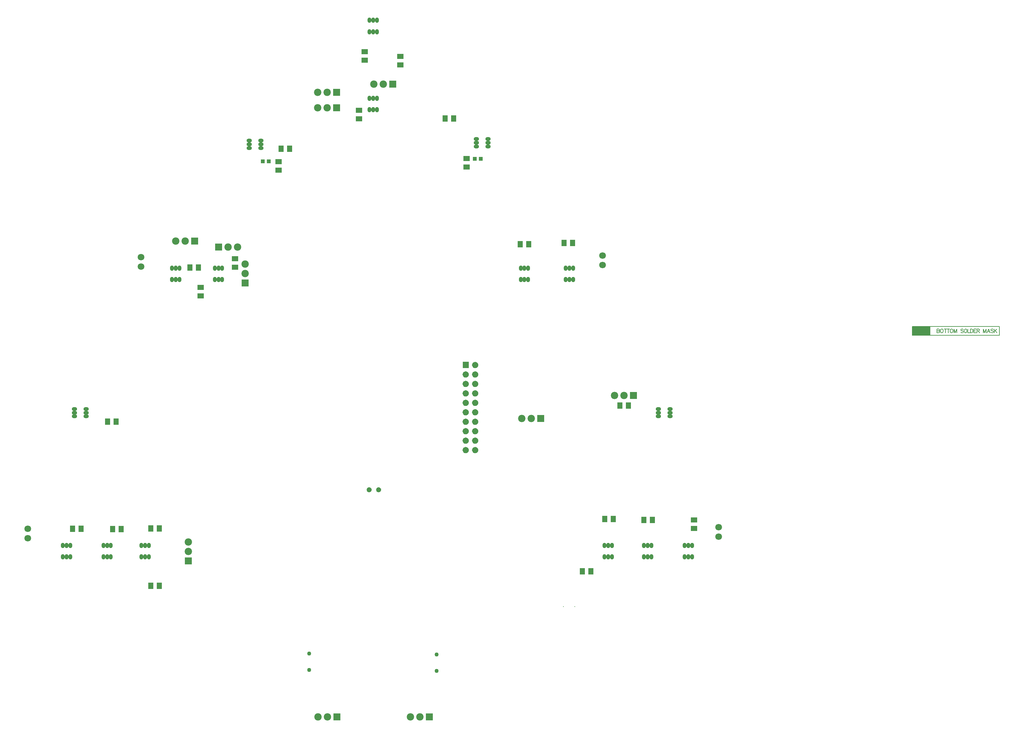
<source format=gbs>
G04 Layer_Color=16711935*
%FSLAX44Y44*%
%MOMM*%
G71*
G01*
G75*
%ADD53C,0.1270*%
%ADD54R,4.8260X2.4130*%
%ADD81R,1.4732X1.7272*%
%ADD82R,1.7272X1.4732*%
%ADD86R,1.0800X1.1300*%
%ADD100C,1.9812*%
%ADD101R,1.9812X1.9812*%
%ADD102R,1.9812X1.9812*%
%ADD103C,1.8032*%
%ADD104C,1.1032*%
%ADD105C,0.2032*%
%ADD106O,1.4532X1.0032*%
%ADD107O,1.0032X1.4532*%
G36*
X1761184Y1538551D02*
X1763219Y1537708D01*
X1764967Y1536367D01*
X1766308Y1534619D01*
X1767151Y1532584D01*
X1767438Y1530400D01*
X1767151Y1528216D01*
X1766308Y1526181D01*
X1764967Y1524433D01*
X1763219Y1523092D01*
X1761184Y1522249D01*
X1759000Y1521962D01*
X1756816Y1522249D01*
X1754781Y1523092D01*
X1753033Y1524433D01*
X1751692Y1526181D01*
X1750849Y1528216D01*
X1750562Y1530400D01*
X1750849Y1532584D01*
X1751692Y1534619D01*
X1753033Y1536367D01*
X1754781Y1537708D01*
X1756816Y1538551D01*
X1759000Y1538838D01*
X1761184Y1538551D01*
D02*
G37*
G36*
X1735784D02*
X1737819Y1537708D01*
X1739567Y1536367D01*
X1740908Y1534619D01*
X1741751Y1532584D01*
X1742038Y1530400D01*
X1741751Y1528216D01*
X1740908Y1526181D01*
X1739567Y1524433D01*
X1737819Y1523092D01*
X1735784Y1522249D01*
X1733600Y1521962D01*
X1731416Y1522249D01*
X1729381Y1523092D01*
X1727633Y1524433D01*
X1726292Y1526181D01*
X1725449Y1528216D01*
X1725162Y1530400D01*
X1725449Y1532584D01*
X1726292Y1534619D01*
X1727633Y1536367D01*
X1729381Y1537708D01*
X1731416Y1538551D01*
X1733600Y1538838D01*
X1735784Y1538551D01*
D02*
G37*
G36*
Y1563951D02*
X1737819Y1563108D01*
X1739567Y1561767D01*
X1740908Y1560019D01*
X1741751Y1557984D01*
X1742038Y1555800D01*
X1741751Y1553616D01*
X1740908Y1551581D01*
X1739567Y1549833D01*
X1737819Y1548492D01*
X1735784Y1547649D01*
X1733600Y1547362D01*
X1731416Y1547649D01*
X1729381Y1548492D01*
X1727633Y1549833D01*
X1726292Y1551581D01*
X1725449Y1553616D01*
X1725162Y1555800D01*
X1725449Y1557984D01*
X1726292Y1560019D01*
X1727633Y1561767D01*
X1729381Y1563108D01*
X1731416Y1563951D01*
X1733600Y1564238D01*
X1735784Y1563951D01*
D02*
G37*
G36*
Y1589351D02*
X1737819Y1588508D01*
X1739567Y1587167D01*
X1740908Y1585419D01*
X1741751Y1583384D01*
X1742038Y1581200D01*
X1741751Y1579016D01*
X1740908Y1576981D01*
X1739567Y1575233D01*
X1737819Y1573892D01*
X1735784Y1573049D01*
X1733600Y1572762D01*
X1731416Y1573049D01*
X1729381Y1573892D01*
X1727633Y1575233D01*
X1726292Y1576981D01*
X1725449Y1579016D01*
X1725162Y1581200D01*
X1725449Y1583384D01*
X1726292Y1585419D01*
X1727633Y1587167D01*
X1729381Y1588508D01*
X1731416Y1589351D01*
X1733600Y1589638D01*
X1735784Y1589351D01*
D02*
G37*
G36*
X1761184Y1563951D02*
X1763219Y1563108D01*
X1764967Y1561767D01*
X1766308Y1560019D01*
X1767151Y1557984D01*
X1767438Y1555800D01*
X1767151Y1553616D01*
X1766308Y1551581D01*
X1764967Y1549833D01*
X1763219Y1548492D01*
X1761184Y1547649D01*
X1759000Y1547362D01*
X1756816Y1547649D01*
X1754781Y1548492D01*
X1753033Y1549833D01*
X1751692Y1551581D01*
X1750849Y1553616D01*
X1750562Y1555800D01*
X1750849Y1557984D01*
X1751692Y1560019D01*
X1753033Y1561767D01*
X1754781Y1563108D01*
X1756816Y1563951D01*
X1759000Y1564238D01*
X1761184Y1563951D01*
D02*
G37*
G36*
Y1513151D02*
X1763219Y1512308D01*
X1764967Y1510967D01*
X1766308Y1509219D01*
X1767151Y1507184D01*
X1767438Y1505000D01*
X1767151Y1502816D01*
X1766308Y1500781D01*
X1764967Y1499033D01*
X1763219Y1497692D01*
X1761184Y1496849D01*
X1759000Y1496562D01*
X1756816Y1496849D01*
X1754781Y1497692D01*
X1753033Y1499033D01*
X1751692Y1500781D01*
X1750849Y1502816D01*
X1750562Y1505000D01*
X1750849Y1507184D01*
X1751692Y1509219D01*
X1753033Y1510967D01*
X1754781Y1512308D01*
X1756816Y1513151D01*
X1759000Y1513438D01*
X1761184Y1513151D01*
D02*
G37*
G36*
X1501407Y1379372D02*
X1502998Y1378713D01*
X1504364Y1377664D01*
X1505413Y1376298D01*
X1506072Y1374707D01*
X1506296Y1373000D01*
X1506072Y1371293D01*
X1505413Y1369702D01*
X1504364Y1368336D01*
X1502998Y1367287D01*
X1501407Y1366628D01*
X1499700Y1366404D01*
X1497993Y1366628D01*
X1496402Y1367287D01*
X1495036Y1368336D01*
X1493987Y1369702D01*
X1493328Y1371293D01*
X1493104Y1373000D01*
X1493328Y1374707D01*
X1493987Y1376298D01*
X1495036Y1377664D01*
X1496402Y1378713D01*
X1497993Y1379372D01*
X1499700Y1379596D01*
X1501407Y1379372D01*
D02*
G37*
G36*
X1476007D02*
X1477598Y1378713D01*
X1478964Y1377664D01*
X1480013Y1376298D01*
X1480672Y1374707D01*
X1480896Y1373000D01*
X1480672Y1371293D01*
X1480013Y1369702D01*
X1478964Y1368336D01*
X1477598Y1367287D01*
X1476007Y1366628D01*
X1474300Y1366404D01*
X1472593Y1366628D01*
X1471002Y1367287D01*
X1469636Y1368336D01*
X1468587Y1369702D01*
X1467928Y1371293D01*
X1467704Y1373000D01*
X1467928Y1374707D01*
X1468587Y1376298D01*
X1469636Y1377664D01*
X1471002Y1378713D01*
X1472593Y1379372D01*
X1474300Y1379596D01*
X1476007Y1379372D01*
D02*
G37*
G36*
X1735784Y1487751D02*
X1737819Y1486908D01*
X1739567Y1485567D01*
X1740908Y1483819D01*
X1741751Y1481784D01*
X1742038Y1479600D01*
X1741751Y1477416D01*
X1740908Y1475381D01*
X1739567Y1473633D01*
X1737819Y1472292D01*
X1735784Y1471449D01*
X1733600Y1471162D01*
X1731416Y1471449D01*
X1729381Y1472292D01*
X1727633Y1473633D01*
X1726292Y1475381D01*
X1725449Y1477416D01*
X1725162Y1479600D01*
X1725449Y1481784D01*
X1726292Y1483819D01*
X1727633Y1485567D01*
X1729381Y1486908D01*
X1731416Y1487751D01*
X1733600Y1488038D01*
X1735784Y1487751D01*
D02*
G37*
G36*
Y1513151D02*
X1737819Y1512308D01*
X1739567Y1510967D01*
X1740908Y1509219D01*
X1741751Y1507184D01*
X1742038Y1505000D01*
X1741751Y1502816D01*
X1740908Y1500781D01*
X1739567Y1499033D01*
X1737819Y1497692D01*
X1735784Y1496849D01*
X1733600Y1496562D01*
X1731416Y1496849D01*
X1729381Y1497692D01*
X1727633Y1499033D01*
X1726292Y1500781D01*
X1725449Y1502816D01*
X1725162Y1505000D01*
X1725449Y1507184D01*
X1726292Y1509219D01*
X1727633Y1510967D01*
X1729381Y1512308D01*
X1731416Y1513151D01*
X1733600Y1513438D01*
X1735784Y1513151D01*
D02*
G37*
G36*
X1761184Y1487751D02*
X1763219Y1486908D01*
X1764967Y1485567D01*
X1766308Y1483819D01*
X1767151Y1481784D01*
X1767438Y1479600D01*
X1767151Y1477416D01*
X1766308Y1475381D01*
X1764967Y1473633D01*
X1763219Y1472292D01*
X1761184Y1471449D01*
X1759000Y1471162D01*
X1756816Y1471449D01*
X1754781Y1472292D01*
X1753033Y1473633D01*
X1751692Y1475381D01*
X1750849Y1477416D01*
X1750562Y1479600D01*
X1750849Y1481784D01*
X1751692Y1483819D01*
X1753033Y1485567D01*
X1754781Y1486908D01*
X1756816Y1487751D01*
X1759000Y1488038D01*
X1761184Y1487751D01*
D02*
G37*
G36*
X1735784Y1690951D02*
X1737819Y1690108D01*
X1739567Y1688767D01*
X1740908Y1687019D01*
X1741751Y1684984D01*
X1742038Y1682800D01*
X1741751Y1680616D01*
X1740908Y1678581D01*
X1739567Y1676833D01*
X1737819Y1675492D01*
X1735784Y1674649D01*
X1733600Y1674362D01*
X1731416Y1674649D01*
X1729381Y1675492D01*
X1727633Y1676833D01*
X1726292Y1678581D01*
X1725449Y1680616D01*
X1725162Y1682800D01*
X1725449Y1684984D01*
X1726292Y1687019D01*
X1727633Y1688767D01*
X1729381Y1690108D01*
X1731416Y1690951D01*
X1733600Y1691238D01*
X1735784Y1690951D01*
D02*
G37*
G36*
X1761184Y1665551D02*
X1763219Y1664708D01*
X1764967Y1663367D01*
X1766308Y1661619D01*
X1767151Y1659584D01*
X1767438Y1657400D01*
X1767151Y1655216D01*
X1766308Y1653181D01*
X1764967Y1651433D01*
X1763219Y1650092D01*
X1761184Y1649249D01*
X1759000Y1648962D01*
X1756816Y1649249D01*
X1754781Y1650092D01*
X1753033Y1651433D01*
X1751692Y1653181D01*
X1750849Y1655216D01*
X1750562Y1657400D01*
X1750849Y1659584D01*
X1751692Y1661619D01*
X1753033Y1663367D01*
X1754781Y1664708D01*
X1756816Y1665551D01*
X1759000Y1665838D01*
X1761184Y1665551D01*
D02*
G37*
G36*
Y1690951D02*
X1763219Y1690108D01*
X1764967Y1688767D01*
X1766308Y1687019D01*
X1767151Y1684984D01*
X1767438Y1682800D01*
X1767151Y1680616D01*
X1766308Y1678581D01*
X1764967Y1676833D01*
X1763219Y1675492D01*
X1761184Y1674649D01*
X1759000Y1674362D01*
X1756816Y1674649D01*
X1754781Y1675492D01*
X1753033Y1676833D01*
X1751692Y1678581D01*
X1750849Y1680616D01*
X1750562Y1682800D01*
X1750849Y1684984D01*
X1751692Y1687019D01*
X1753033Y1688767D01*
X1754781Y1690108D01*
X1756816Y1690951D01*
X1759000Y1691238D01*
X1761184Y1690951D01*
D02*
G37*
G36*
X1741966Y1699834D02*
X1725234D01*
Y1716566D01*
X1741966D01*
Y1699834D01*
D02*
G37*
G36*
X1761184Y1716351D02*
X1763219Y1715508D01*
X1764967Y1714167D01*
X1766308Y1712419D01*
X1767151Y1710384D01*
X1767438Y1708200D01*
X1767151Y1706016D01*
X1766308Y1703981D01*
X1764967Y1702233D01*
X1763219Y1700892D01*
X1761184Y1700049D01*
X1759000Y1699762D01*
X1756816Y1700049D01*
X1754781Y1700892D01*
X1753033Y1702233D01*
X1751692Y1703981D01*
X1750849Y1706016D01*
X1750562Y1708200D01*
X1750849Y1710384D01*
X1751692Y1712419D01*
X1753033Y1714167D01*
X1754781Y1715508D01*
X1756816Y1716351D01*
X1759000Y1716638D01*
X1761184Y1716351D01*
D02*
G37*
G36*
X1735784Y1665551D02*
X1737819Y1664708D01*
X1739567Y1663367D01*
X1740908Y1661619D01*
X1741751Y1659584D01*
X1742038Y1657400D01*
X1741751Y1655216D01*
X1740908Y1653181D01*
X1739567Y1651433D01*
X1737819Y1650092D01*
X1735784Y1649249D01*
X1733600Y1648962D01*
X1731416Y1649249D01*
X1729381Y1650092D01*
X1727633Y1651433D01*
X1726292Y1653181D01*
X1725449Y1655216D01*
X1725162Y1657400D01*
X1725449Y1659584D01*
X1726292Y1661619D01*
X1727633Y1663367D01*
X1729381Y1664708D01*
X1731416Y1665551D01*
X1733600Y1665838D01*
X1735784Y1665551D01*
D02*
G37*
G36*
Y1614751D02*
X1737819Y1613908D01*
X1739567Y1612567D01*
X1740908Y1610819D01*
X1741751Y1608784D01*
X1742038Y1606600D01*
X1741751Y1604416D01*
X1740908Y1602381D01*
X1739567Y1600633D01*
X1737819Y1599292D01*
X1735784Y1598449D01*
X1733600Y1598162D01*
X1731416Y1598449D01*
X1729381Y1599292D01*
X1727633Y1600633D01*
X1726292Y1602381D01*
X1725449Y1604416D01*
X1725162Y1606600D01*
X1725449Y1608784D01*
X1726292Y1610819D01*
X1727633Y1612567D01*
X1729381Y1613908D01*
X1731416Y1614751D01*
X1733600Y1615038D01*
X1735784Y1614751D01*
D02*
G37*
G36*
X1761184Y1589351D02*
X1763219Y1588508D01*
X1764967Y1587167D01*
X1766308Y1585419D01*
X1767151Y1583384D01*
X1767438Y1581200D01*
X1767151Y1579016D01*
X1766308Y1576981D01*
X1764967Y1575233D01*
X1763219Y1573892D01*
X1761184Y1573049D01*
X1759000Y1572762D01*
X1756816Y1573049D01*
X1754781Y1573892D01*
X1753033Y1575233D01*
X1751692Y1576981D01*
X1750849Y1579016D01*
X1750562Y1581200D01*
X1750849Y1583384D01*
X1751692Y1585419D01*
X1753033Y1587167D01*
X1754781Y1588508D01*
X1756816Y1589351D01*
X1759000Y1589638D01*
X1761184Y1589351D01*
D02*
G37*
G36*
Y1614751D02*
X1763219Y1613908D01*
X1764967Y1612567D01*
X1766308Y1610819D01*
X1767151Y1608784D01*
X1767438Y1606600D01*
X1767151Y1604416D01*
X1766308Y1602381D01*
X1764967Y1600633D01*
X1763219Y1599292D01*
X1761184Y1598449D01*
X1759000Y1598162D01*
X1756816Y1598449D01*
X1754781Y1599292D01*
X1753033Y1600633D01*
X1751692Y1602381D01*
X1750849Y1604416D01*
X1750562Y1606600D01*
X1750849Y1608784D01*
X1751692Y1610819D01*
X1753033Y1612567D01*
X1754781Y1613908D01*
X1756816Y1614751D01*
X1759000Y1615038D01*
X1761184Y1614751D01*
D02*
G37*
G36*
Y1640151D02*
X1763219Y1639308D01*
X1764967Y1637967D01*
X1766308Y1636219D01*
X1767151Y1634184D01*
X1767438Y1632000D01*
X1767151Y1629816D01*
X1766308Y1627781D01*
X1764967Y1626033D01*
X1763219Y1624692D01*
X1761184Y1623849D01*
X1759000Y1623562D01*
X1756816Y1623849D01*
X1754781Y1624692D01*
X1753033Y1626033D01*
X1751692Y1627781D01*
X1750849Y1629816D01*
X1750562Y1632000D01*
X1750849Y1634184D01*
X1751692Y1636219D01*
X1753033Y1637967D01*
X1754781Y1639308D01*
X1756816Y1640151D01*
X1759000Y1640438D01*
X1761184Y1640151D01*
D02*
G37*
G36*
X1735784D02*
X1737819Y1639308D01*
X1739567Y1637967D01*
X1740908Y1636219D01*
X1741751Y1634184D01*
X1742038Y1632000D01*
X1741751Y1629816D01*
X1740908Y1627781D01*
X1739567Y1626033D01*
X1737819Y1624692D01*
X1735784Y1623849D01*
X1733600Y1623562D01*
X1731416Y1623849D01*
X1729381Y1624692D01*
X1727633Y1626033D01*
X1726292Y1627781D01*
X1725449Y1629816D01*
X1725162Y1632000D01*
X1725449Y1634184D01*
X1726292Y1636219D01*
X1727633Y1637967D01*
X1729381Y1639308D01*
X1731416Y1640151D01*
X1733600Y1640438D01*
X1735784Y1640151D01*
D02*
G37*
D53*
X2932290Y1787828D02*
X3165970D01*
X2932290D02*
Y1811958D01*
X3165970Y1787828D02*
Y1811958D01*
X2932290D02*
X3165970D01*
X2998330Y1804843D02*
Y1794686D01*
Y1804843D02*
X3002684D01*
X3004135Y1804360D01*
X3004619Y1803876D01*
X3005102Y1802909D01*
Y1801941D01*
X3004619Y1800974D01*
X3004135Y1800490D01*
X3002684Y1800006D01*
X2998330D02*
X3002684D01*
X3004135Y1799523D01*
X3004619Y1799039D01*
X3005102Y1798072D01*
Y1796620D01*
X3004619Y1795653D01*
X3004135Y1795169D01*
X3002684Y1794686D01*
X2998330D01*
X3010278Y1804843D02*
X3009311Y1804360D01*
X3008343Y1803392D01*
X3007859Y1802425D01*
X3007376Y1800974D01*
Y1798555D01*
X3007859Y1797104D01*
X3008343Y1796137D01*
X3009311Y1795169D01*
X3010278Y1794686D01*
X3012213D01*
X3013180Y1795169D01*
X3014148Y1796137D01*
X3014631Y1797104D01*
X3015115Y1798555D01*
Y1800974D01*
X3014631Y1802425D01*
X3014148Y1803392D01*
X3013180Y1804360D01*
X3012213Y1804843D01*
X3010278D01*
X3020871D02*
Y1794686D01*
X3017485Y1804843D02*
X3024257D01*
X3028852D02*
Y1794686D01*
X3025466Y1804843D02*
X3032238D01*
X3036350D02*
X3035382Y1804360D01*
X3034415Y1803392D01*
X3033931Y1802425D01*
X3033447Y1800974D01*
Y1798555D01*
X3033931Y1797104D01*
X3034415Y1796137D01*
X3035382Y1795169D01*
X3036350Y1794686D01*
X3038285D01*
X3039252Y1795169D01*
X3040219Y1796137D01*
X3040703Y1797104D01*
X3041187Y1798555D01*
Y1800974D01*
X3040703Y1802425D01*
X3040219Y1803392D01*
X3039252Y1804360D01*
X3038285Y1804843D01*
X3036350D01*
X3043557D02*
Y1794686D01*
Y1804843D02*
X3047426Y1794686D01*
X3051296Y1804843D02*
X3047426Y1794686D01*
X3051296Y1804843D02*
Y1794686D01*
X3068951Y1803392D02*
X3067984Y1804360D01*
X3066533Y1804843D01*
X3064598D01*
X3063147Y1804360D01*
X3062180Y1803392D01*
Y1802425D01*
X3062663Y1801458D01*
X3063147Y1800974D01*
X3064114Y1800490D01*
X3067017Y1799523D01*
X3067984Y1799039D01*
X3068468Y1798555D01*
X3068951Y1797588D01*
Y1796137D01*
X3067984Y1795169D01*
X3066533Y1794686D01*
X3064598D01*
X3063147Y1795169D01*
X3062180Y1796137D01*
X3074127Y1804843D02*
X3073160Y1804360D01*
X3072192Y1803392D01*
X3071709Y1802425D01*
X3071225Y1800974D01*
Y1798555D01*
X3071709Y1797104D01*
X3072192Y1796137D01*
X3073160Y1795169D01*
X3074127Y1794686D01*
X3076062D01*
X3077029Y1795169D01*
X3077997Y1796137D01*
X3078481Y1797104D01*
X3078964Y1798555D01*
Y1800974D01*
X3078481Y1802425D01*
X3077997Y1803392D01*
X3077029Y1804360D01*
X3076062Y1804843D01*
X3074127D01*
X3081334D02*
Y1794686D01*
X3087139D01*
X3088251Y1804843D02*
Y1794686D01*
Y1804843D02*
X3091637D01*
X3093088Y1804360D01*
X3094056Y1803392D01*
X3094539Y1802425D01*
X3095023Y1800974D01*
Y1798555D01*
X3094539Y1797104D01*
X3094056Y1796137D01*
X3093088Y1795169D01*
X3091637Y1794686D01*
X3088251D01*
X3103585Y1804843D02*
X3097296D01*
Y1794686D01*
X3103585D01*
X3097296Y1800006D02*
X3101166D01*
X3105278Y1804843D02*
Y1794686D01*
Y1804843D02*
X3109631D01*
X3111082Y1804360D01*
X3111566Y1803876D01*
X3112050Y1802909D01*
Y1801941D01*
X3111566Y1800974D01*
X3111082Y1800490D01*
X3109631Y1800006D01*
X3105278D01*
X3108664D02*
X3112050Y1794686D01*
X3122304Y1804843D02*
Y1794686D01*
Y1804843D02*
X3126174Y1794686D01*
X3130044Y1804843D02*
X3126174Y1794686D01*
X3130044Y1804843D02*
Y1794686D01*
X3140685D02*
X3136815Y1804843D01*
X3132946Y1794686D01*
X3134397Y1798072D02*
X3139234D01*
X3149827Y1803392D02*
X3148860Y1804360D01*
X3147408Y1804843D01*
X3145474D01*
X3144023Y1804360D01*
X3143055Y1803392D01*
Y1802425D01*
X3143539Y1801458D01*
X3144023Y1800974D01*
X3144990Y1800490D01*
X3147892Y1799523D01*
X3148860Y1799039D01*
X3149343Y1798555D01*
X3149827Y1797588D01*
Y1796137D01*
X3148860Y1795169D01*
X3147408Y1794686D01*
X3145474D01*
X3144023Y1795169D01*
X3143055Y1796137D01*
X3152101Y1804843D02*
Y1794686D01*
X3158872Y1804843D02*
X3152101Y1798072D01*
X3154519Y1800490D02*
X3158872Y1794686D01*
D54*
X2956420Y1799893D02*
D03*
D81*
X910860Y1115000D02*
D03*
X888000D02*
D03*
X2046570Y1154000D02*
D03*
X2069430D02*
D03*
X1237570Y2289000D02*
D03*
X1260430D02*
D03*
X993570Y1970000D02*
D03*
X1016430D02*
D03*
X785570Y1267000D02*
D03*
X808430D02*
D03*
X678570Y1268000D02*
D03*
X701430D02*
D03*
X888570Y1269000D02*
D03*
X911430D02*
D03*
X772570Y1556000D02*
D03*
X795430D02*
D03*
X2170430Y1599000D02*
D03*
X2147570D02*
D03*
X2234430Y1292000D02*
D03*
X2211570D02*
D03*
X2129430Y1294000D02*
D03*
X2106570D02*
D03*
X1701430Y2370000D02*
D03*
X1678570D02*
D03*
X1902860Y2033000D02*
D03*
X1880000D02*
D03*
X2020430Y2036000D02*
D03*
X1997570D02*
D03*
D82*
X1022000Y1916430D02*
D03*
Y1893570D02*
D03*
X1558000Y2514570D02*
D03*
Y2537430D02*
D03*
X1114000Y1971140D02*
D03*
Y1994000D02*
D03*
X1462000Y2549860D02*
D03*
Y2527000D02*
D03*
X2346000Y1268570D02*
D03*
Y1291430D02*
D03*
X1447000Y2392430D02*
D03*
Y2369570D02*
D03*
X1736000Y2262860D02*
D03*
Y2240000D02*
D03*
X1231000Y2254430D02*
D03*
Y2231570D02*
D03*
D86*
X1774000Y2262000D02*
D03*
X1758000D02*
D03*
X1188965Y2255000D02*
D03*
X1204965D02*
D03*
D100*
X1336600Y763000D02*
D03*
X1362000D02*
D03*
X1121000Y2025000D02*
D03*
X1095600D02*
D03*
X955200Y2041000D02*
D03*
X980600D02*
D03*
X1336000Y2441000D02*
D03*
X1361400D02*
D03*
X2132600Y1626000D02*
D03*
X2158000D02*
D03*
X1486600Y2463000D02*
D03*
X1512000D02*
D03*
X1336200Y2399000D02*
D03*
X1361600D02*
D03*
X1141000Y1979400D02*
D03*
Y1954000D02*
D03*
X989000Y1232400D02*
D03*
Y1207000D02*
D03*
X1585000Y763000D02*
D03*
X1610400D02*
D03*
X1884000Y1564000D02*
D03*
X1909400D02*
D03*
D101*
X1387400Y763000D02*
D03*
X1070200Y2025000D02*
D03*
X1006000Y2041000D02*
D03*
X1386800Y2441000D02*
D03*
X2183400Y1626000D02*
D03*
X1537400Y2463000D02*
D03*
X1387000Y2399000D02*
D03*
X1635800Y763000D02*
D03*
X1934800Y1564000D02*
D03*
D102*
X1141000Y1928600D02*
D03*
X989000Y1181600D02*
D03*
D103*
X2101000Y1976300D02*
D03*
Y2001700D02*
D03*
X558000Y1268400D02*
D03*
Y1243000D02*
D03*
X862000Y1972300D02*
D03*
Y1997700D02*
D03*
X2412000Y1272700D02*
D03*
Y1247300D02*
D03*
D104*
X1313000Y889000D02*
D03*
Y933000D02*
D03*
X1655000Y930000D02*
D03*
Y886000D02*
D03*
D105*
X2026000Y1059000D02*
D03*
X1996000D02*
D03*
D106*
X1183500Y2311000D02*
D03*
Y2301000D02*
D03*
Y2291000D02*
D03*
X1152500D02*
D03*
Y2301000D02*
D03*
Y2311000D02*
D03*
X714500Y1590000D02*
D03*
Y1580000D02*
D03*
Y1570000D02*
D03*
X683500D02*
D03*
Y1580000D02*
D03*
Y1590000D02*
D03*
X2250500Y1570000D02*
D03*
Y1580000D02*
D03*
Y1590000D02*
D03*
X2281500D02*
D03*
Y1580000D02*
D03*
Y1570000D02*
D03*
X1762000Y2295000D02*
D03*
Y2305000D02*
D03*
Y2315000D02*
D03*
X1793000D02*
D03*
Y2305000D02*
D03*
Y2295000D02*
D03*
D107*
X945000Y1968500D02*
D03*
X955000D02*
D03*
X965000D02*
D03*
Y1937500D02*
D03*
X955000D02*
D03*
X945000D02*
D03*
X1060000Y1968500D02*
D03*
X1070000D02*
D03*
X1080000D02*
D03*
Y1937500D02*
D03*
X1070000D02*
D03*
X1060000D02*
D03*
X652000Y1223500D02*
D03*
X662000D02*
D03*
X672000D02*
D03*
Y1192500D02*
D03*
X662000D02*
D03*
X652000D02*
D03*
X761000Y1223500D02*
D03*
X771000D02*
D03*
X781000D02*
D03*
Y1192500D02*
D03*
X771000D02*
D03*
X761000D02*
D03*
X863000Y1223500D02*
D03*
X873000D02*
D03*
X883000D02*
D03*
Y1192500D02*
D03*
X873000D02*
D03*
X863000D02*
D03*
X2106000Y1223500D02*
D03*
X2116000D02*
D03*
X2126000D02*
D03*
Y1192500D02*
D03*
X2116000D02*
D03*
X2106000D02*
D03*
X2212000Y1223500D02*
D03*
X2222000D02*
D03*
X2232000D02*
D03*
Y1192500D02*
D03*
X2222000D02*
D03*
X2212000D02*
D03*
X2321000Y1223500D02*
D03*
X2331000D02*
D03*
X2341000D02*
D03*
Y1192500D02*
D03*
X2331000D02*
D03*
X2321000D02*
D03*
X2002000Y1968500D02*
D03*
X2012000D02*
D03*
X2022000D02*
D03*
Y1937500D02*
D03*
X2012000D02*
D03*
X2002000D02*
D03*
X1881000Y1968500D02*
D03*
X1891000D02*
D03*
X1901000D02*
D03*
Y1937500D02*
D03*
X1891000D02*
D03*
X1881000D02*
D03*
X1495000Y2394000D02*
D03*
X1485000D02*
D03*
X1475000D02*
D03*
Y2425000D02*
D03*
X1485000D02*
D03*
X1495000D02*
D03*
X1495000Y2603500D02*
D03*
X1485000D02*
D03*
X1475000D02*
D03*
Y2634500D02*
D03*
X1485000D02*
D03*
X1495000D02*
D03*
M02*

</source>
